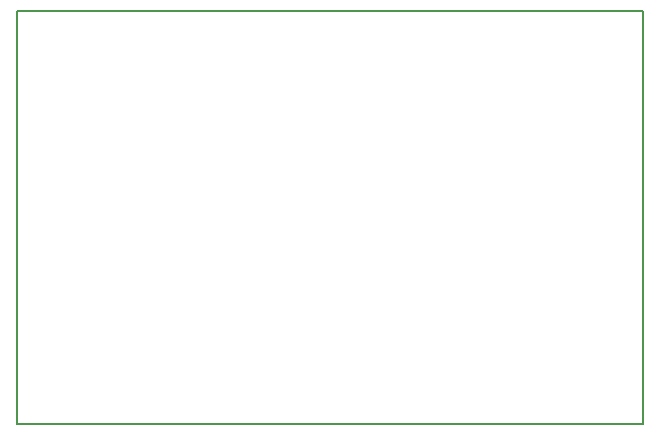
<source format=gbr>
%TF.GenerationSoftware,KiCad,Pcbnew,8.0.1*%
%TF.CreationDate,2024-06-15T21:44:37+02:00*%
%TF.ProjectId,Makita_Akku_MOSFET_Platine,4d616b69-7461-45f4-916b-6b755f4d4f53,rev?*%
%TF.SameCoordinates,Original*%
%TF.FileFunction,Profile,NP*%
%FSLAX46Y46*%
G04 Gerber Fmt 4.6, Leading zero omitted, Abs format (unit mm)*
G04 Created by KiCad (PCBNEW 8.0.1) date 2024-06-15 21:44:37*
%MOMM*%
%LPD*%
G01*
G04 APERTURE LIST*
%TA.AperFunction,Profile*%
%ADD10C,0.200000*%
%TD*%
G04 APERTURE END LIST*
D10*
X26000000Y-22000000D02*
X79000000Y-22000000D01*
X79000000Y-57000000D01*
X26000000Y-57000000D01*
X26000000Y-22000000D01*
M02*

</source>
